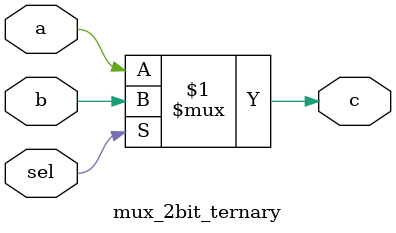
<source format=v>
module mux_2bit_ternary (
	input sel, 
	input a, 
	input b, 
	output c
);
assign c = sel?b:a;
endmodule 
</source>
